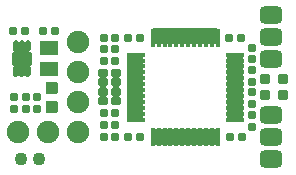
<source format=gts>
G04*
G04 #@! TF.GenerationSoftware,Altium Limited,Altium Designer,21.5.1 (32)*
G04*
G04 Layer_Color=8388736*
%FSLAX25Y25*%
%MOIN*%
G70*
G04*
G04 #@! TF.SameCoordinates,46425C1A-2BEC-4B65-9795-0374EE0649E2*
G04*
G04*
G04 #@! TF.FilePolarity,Negative*
G04*
G01*
G75*
%ADD24R,0.21752X0.05217*%
%ADD25R,0.05217X0.21752*%
%ADD26R,0.21752X0.05217*%
%ADD27R,0.02165X0.10532*%
%ADD28R,0.05118X0.11614*%
G04:AMPARAMS|DCode=29|XSize=57.09mil|YSize=74.8mil|CornerRadius=15.26mil|HoleSize=0mil|Usage=FLASHONLY|Rotation=270.000|XOffset=0mil|YOffset=0mil|HoleType=Round|Shape=RoundedRectangle|*
%AMROUNDEDRECTD29*
21,1,0.05709,0.04429,0,0,270.0*
21,1,0.02657,0.07480,0,0,270.0*
1,1,0.03051,-0.02215,-0.01329*
1,1,0.03051,-0.02215,0.01329*
1,1,0.03051,0.02215,0.01329*
1,1,0.03051,0.02215,-0.01329*
%
%ADD29ROUNDEDRECTD29*%
G04:AMPARAMS|DCode=30|XSize=27.56mil|YSize=29.53mil|CornerRadius=5.87mil|HoleSize=0mil|Usage=FLASHONLY|Rotation=180.000|XOffset=0mil|YOffset=0mil|HoleType=Round|Shape=RoundedRectangle|*
%AMROUNDEDRECTD30*
21,1,0.02756,0.01780,0,0,180.0*
21,1,0.01583,0.02953,0,0,180.0*
1,1,0.01173,-0.00791,0.00890*
1,1,0.01173,0.00791,0.00890*
1,1,0.01173,0.00791,-0.00890*
1,1,0.01173,-0.00791,-0.00890*
%
%ADD30ROUNDEDRECTD30*%
%ADD31C,0.04331*%
G04:AMPARAMS|DCode=32|XSize=27.56mil|YSize=29.53mil|CornerRadius=5.87mil|HoleSize=0mil|Usage=FLASHONLY|Rotation=90.000|XOffset=0mil|YOffset=0mil|HoleType=Round|Shape=RoundedRectangle|*
%AMROUNDEDRECTD32*
21,1,0.02756,0.01780,0,0,90.0*
21,1,0.01583,0.02953,0,0,90.0*
1,1,0.01173,0.00890,0.00791*
1,1,0.01173,0.00890,-0.00791*
1,1,0.01173,-0.00890,-0.00791*
1,1,0.01173,-0.00890,0.00791*
%
%ADD32ROUNDEDRECTD32*%
G04:AMPARAMS|DCode=33|XSize=61.02mil|YSize=49.21mil|CornerRadius=7.85mil|HoleSize=0mil|Usage=FLASHONLY|Rotation=180.000|XOffset=0mil|YOffset=0mil|HoleType=Round|Shape=RoundedRectangle|*
%AMROUNDEDRECTD33*
21,1,0.06102,0.03350,0,0,180.0*
21,1,0.04532,0.04921,0,0,180.0*
1,1,0.01571,-0.02266,0.01675*
1,1,0.01571,0.02266,0.01675*
1,1,0.01571,0.02266,-0.01675*
1,1,0.01571,-0.02266,-0.01675*
%
%ADD33ROUNDEDRECTD33*%
G04:AMPARAMS|DCode=34|XSize=41.34mil|YSize=41.34mil|CornerRadius=7.95mil|HoleSize=0mil|Usage=FLASHONLY|Rotation=180.000|XOffset=0mil|YOffset=0mil|HoleType=Round|Shape=RoundedRectangle|*
%AMROUNDEDRECTD34*
21,1,0.04134,0.02543,0,0,180.0*
21,1,0.02543,0.04134,0,0,180.0*
1,1,0.01591,-0.01272,0.01272*
1,1,0.01591,0.01272,0.01272*
1,1,0.01591,0.01272,-0.01272*
1,1,0.01591,-0.01272,-0.01272*
%
%ADD34ROUNDEDRECTD34*%
G04:AMPARAMS|DCode=35|XSize=15.75mil|YSize=59.06mil|CornerRadius=3.92mil|HoleSize=0mil|Usage=FLASHONLY|Rotation=270.000|XOffset=0mil|YOffset=0mil|HoleType=Round|Shape=RoundedRectangle|*
%AMROUNDEDRECTD35*
21,1,0.01575,0.05122,0,0,270.0*
21,1,0.00791,0.05906,0,0,270.0*
1,1,0.00784,-0.02561,-0.00396*
1,1,0.00784,-0.02561,0.00396*
1,1,0.00784,0.02561,0.00396*
1,1,0.00784,0.02561,-0.00396*
%
%ADD35ROUNDEDRECTD35*%
G04:AMPARAMS|DCode=36|XSize=17.72mil|YSize=37.4mil|CornerRadius=4.24mil|HoleSize=0mil|Usage=FLASHONLY|Rotation=180.000|XOffset=0mil|YOffset=0mil|HoleType=Round|Shape=RoundedRectangle|*
%AMROUNDEDRECTD36*
21,1,0.01772,0.02892,0,0,180.0*
21,1,0.00923,0.03740,0,0,180.0*
1,1,0.00848,-0.00462,0.01446*
1,1,0.00848,0.00462,0.01446*
1,1,0.00848,0.00462,-0.01446*
1,1,0.00848,-0.00462,-0.01446*
%
%ADD36ROUNDEDRECTD36*%
G04:AMPARAMS|DCode=37|XSize=44.09mil|YSize=66.93mil|CornerRadius=3.98mil|HoleSize=0mil|Usage=FLASHONLY|Rotation=90.000|XOffset=0mil|YOffset=0mil|HoleType=Round|Shape=RoundedRectangle|*
%AMROUNDEDRECTD37*
21,1,0.04409,0.05898,0,0,90.0*
21,1,0.03614,0.06693,0,0,90.0*
1,1,0.00795,0.02949,0.01807*
1,1,0.00795,0.02949,-0.01807*
1,1,0.00795,-0.02949,-0.01807*
1,1,0.00795,-0.02949,0.01807*
%
%ADD37ROUNDEDRECTD37*%
G04:AMPARAMS|DCode=38|XSize=31.5mil|YSize=29.53mil|CornerRadius=6.19mil|HoleSize=0mil|Usage=FLASHONLY|Rotation=0.000|XOffset=0mil|YOffset=0mil|HoleType=Round|Shape=RoundedRectangle|*
%AMROUNDEDRECTD38*
21,1,0.03150,0.01715,0,0,0.0*
21,1,0.01911,0.02953,0,0,0.0*
1,1,0.01238,0.00956,-0.00857*
1,1,0.01238,-0.00956,-0.00857*
1,1,0.01238,-0.00956,0.00857*
1,1,0.01238,0.00956,0.00857*
%
%ADD38ROUNDEDRECTD38*%
G04:AMPARAMS|DCode=39|XSize=15.75mil|YSize=59.06mil|CornerRadius=3.92mil|HoleSize=0mil|Usage=FLASHONLY|Rotation=180.000|XOffset=0mil|YOffset=0mil|HoleType=Round|Shape=RoundedRectangle|*
%AMROUNDEDRECTD39*
21,1,0.01575,0.05122,0,0,180.0*
21,1,0.00791,0.05906,0,0,180.0*
1,1,0.00784,-0.00396,0.02561*
1,1,0.00784,0.00396,0.02561*
1,1,0.00784,0.00396,-0.02561*
1,1,0.00784,-0.00396,-0.02561*
%
%ADD39ROUNDEDRECTD39*%
G04:AMPARAMS|DCode=40|XSize=35.43mil|YSize=35.43mil|CornerRadius=5.91mil|HoleSize=0mil|Usage=FLASHONLY|Rotation=270.000|XOffset=0mil|YOffset=0mil|HoleType=Round|Shape=RoundedRectangle|*
%AMROUNDEDRECTD40*
21,1,0.03543,0.02362,0,0,270.0*
21,1,0.02362,0.03543,0,0,270.0*
1,1,0.01181,-0.01181,-0.01181*
1,1,0.01181,-0.01181,0.01181*
1,1,0.01181,0.01181,0.01181*
1,1,0.01181,0.01181,-0.01181*
%
%ADD40ROUNDEDRECTD40*%
%ADD41C,0.07480*%
D24*
X60597Y46738D02*
D03*
D25*
X77215Y29478D02*
D03*
X44045Y29478D02*
D03*
D26*
X60778Y12943D02*
D03*
D27*
X37598Y28986D02*
D03*
X33268D02*
D03*
D28*
X6201Y39075D02*
D03*
D29*
X89173Y20177D02*
D03*
Y5610D02*
D03*
Y46161D02*
D03*
Y38878D02*
D03*
Y53445D02*
D03*
Y12894D02*
D03*
D30*
X75394Y46063D02*
D03*
X79331D02*
D03*
X45669Y12992D02*
D03*
X41732D02*
D03*
X33465D02*
D03*
X37402D02*
D03*
Y46063D02*
D03*
X33465D02*
D03*
X45669D02*
D03*
X41732D02*
D03*
X17323Y48327D02*
D03*
X13386D02*
D03*
X79528Y12992D02*
D03*
X75591D02*
D03*
X33465Y16929D02*
D03*
X37402D02*
D03*
X3347Y48327D02*
D03*
X7283D02*
D03*
X37402Y20866D02*
D03*
X33465D02*
D03*
Y42126D02*
D03*
X37402D02*
D03*
Y38189D02*
D03*
X33465D02*
D03*
D31*
X11811Y5512D02*
D03*
X5906D02*
D03*
D32*
X3642Y22244D02*
D03*
Y26181D02*
D03*
X82874Y35236D02*
D03*
Y31299D02*
D03*
X7579Y26181D02*
D03*
X7579Y22244D02*
D03*
X11319Y26181D02*
D03*
Y22244D02*
D03*
X82874Y38780D02*
D03*
Y42717D02*
D03*
Y20276D02*
D03*
Y16339D02*
D03*
Y27756D02*
D03*
Y23819D02*
D03*
D33*
X15256Y35531D02*
D03*
Y42618D02*
D03*
D34*
X16240Y22933D02*
D03*
Y29232D02*
D03*
D35*
X77165Y28543D02*
D03*
Y26575D02*
D03*
Y40354D02*
D03*
Y38386D02*
D03*
Y18701D02*
D03*
Y20669D02*
D03*
Y22638D02*
D03*
Y24606D02*
D03*
Y30512D02*
D03*
Y32480D02*
D03*
Y34449D02*
D03*
Y36417D02*
D03*
X44094Y40354D02*
D03*
Y38386D02*
D03*
Y36417D02*
D03*
Y34449D02*
D03*
Y32480D02*
D03*
Y30512D02*
D03*
Y28543D02*
D03*
Y26575D02*
D03*
Y24606D02*
D03*
Y22638D02*
D03*
Y20669D02*
D03*
Y18701D02*
D03*
D36*
X4232Y34843D02*
D03*
X6201D02*
D03*
X8169D02*
D03*
Y43307D02*
D03*
X6201D02*
D03*
X4232D02*
D03*
D37*
X6201Y39075D02*
D03*
D38*
X33268Y24803D02*
D03*
X37598D02*
D03*
Y27953D02*
D03*
X33268D02*
D03*
X37598Y31102D02*
D03*
X33268D02*
D03*
X37598Y34252D02*
D03*
X33268D02*
D03*
D39*
X71457Y46063D02*
D03*
X69488D02*
D03*
X67520D02*
D03*
X65551D02*
D03*
X63583D02*
D03*
X61614D02*
D03*
X59646D02*
D03*
X57677D02*
D03*
X55709D02*
D03*
X53740D02*
D03*
X51772D02*
D03*
X49803D02*
D03*
Y12992D02*
D03*
X51772D02*
D03*
X53740D02*
D03*
X55709D02*
D03*
X57677D02*
D03*
X59646D02*
D03*
X61614D02*
D03*
X63583D02*
D03*
X65551D02*
D03*
X67520D02*
D03*
X69488D02*
D03*
X71457D02*
D03*
D40*
X87402Y32283D02*
D03*
X93307D02*
D03*
X87402Y26772D02*
D03*
X93307D02*
D03*
D41*
X5000Y14528D02*
D03*
X15000D02*
D03*
X25000Y44528D02*
D03*
Y34528D02*
D03*
Y24528D02*
D03*
Y14528D02*
D03*
M02*

</source>
